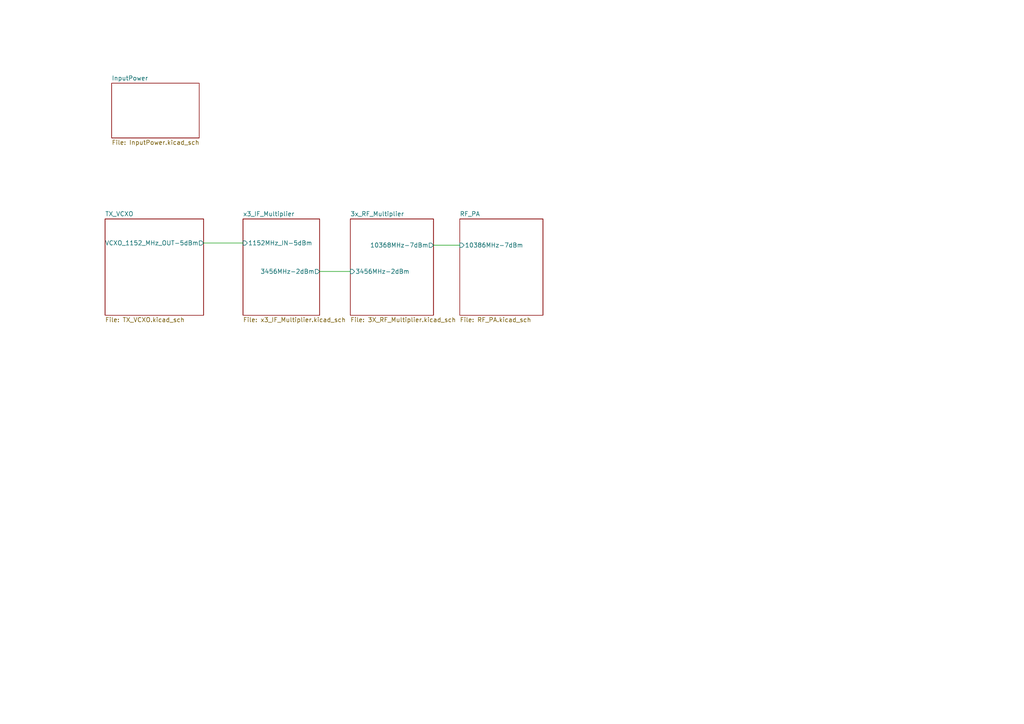
<source format=kicad_sch>
(kicad_sch
	(version 20231120)
	(generator "eeschema")
	(generator_version "8.0")
	(uuid "5c8d050a-3ec5-41af-bb0d-cc57adb5a492")
	(paper "A4")
	(lib_symbols)
	(wire
		(pts
			(xy 125.73 71.12) (xy 133.35 71.12)
		)
		(stroke
			(width 0)
			(type default)
		)
		(uuid "68bc77c1-7d5d-4426-aebd-e3ed7590821d")
	)
	(wire
		(pts
			(xy 59.055 70.485) (xy 70.485 70.485)
		)
		(stroke
			(width 0)
			(type default)
		)
		(uuid "81e4c856-aa3f-427f-b059-d4ed85d0eaf0")
	)
	(wire
		(pts
			(xy 92.71 78.74) (xy 101.6 78.74)
		)
		(stroke
			(width 0)
			(type default)
		)
		(uuid "ef916633-c151-4cec-b3af-a02652446b7b")
	)
	(sheet
		(at 133.35 63.5)
		(size 24.13 27.94)
		(fields_autoplaced yes)
		(stroke
			(width 0.1524)
			(type solid)
		)
		(fill
			(color 0 0 0 0.0000)
		)
		(uuid "3c27a7d0-de80-43c2-b2ba-d3b24837ca6e")
		(property "Sheetname" "RF_PA"
			(at 133.35 62.7884 0)
			(effects
				(font
					(size 1.27 1.27)
				)
				(justify left bottom)
			)
		)
		(property "Sheetfile" "RF_PA.kicad_sch"
			(at 133.35 92.0246 0)
			(effects
				(font
					(size 1.27 1.27)
				)
				(justify left top)
			)
		)
		(pin "10386MHz-7dBm" input
			(at 133.35 71.12 180)
			(effects
				(font
					(size 1.27 1.27)
				)
				(justify left)
			)
			(uuid "6bdbd5fc-5d03-4914-ba56-22174e3165e6")
		)
		(instances
			(project "10GHz_VCXO_TX"
				(path "/5c8d050a-3ec5-41af-bb0d-cc57adb5a492"
					(page "6")
				)
			)
		)
	)
	(sheet
		(at 30.48 63.5)
		(size 28.575 27.94)
		(fields_autoplaced yes)
		(stroke
			(width 0.1524)
			(type solid)
		)
		(fill
			(color 0 0 0 0.0000)
		)
		(uuid "5e4c27e3-d1e8-44a1-bcef-3e984d5dd8ad")
		(property "Sheetname" "TX_VCXO"
			(at 30.48 62.7884 0)
			(effects
				(font
					(size 1.27 1.27)
				)
				(justify left bottom)
			)
		)
		(property "Sheetfile" "TX_VCXO.kicad_sch"
			(at 30.48 92.0246 0)
			(effects
				(font
					(size 1.27 1.27)
				)
				(justify left top)
			)
		)
		(pin "VCXO_1152_MHz_OUT-5dBm" output
			(at 59.055 70.485 0)
			(effects
				(font
					(size 1.27 1.27)
				)
				(justify right)
			)
			(uuid "dfbfd24f-74f9-48cf-ab7b-3c19543791a6")
		)
		(instances
			(project "10GHz_VCXO_TX"
				(path "/5c8d050a-3ec5-41af-bb0d-cc57adb5a492"
					(page "3")
				)
			)
		)
	)
	(sheet
		(at 32.385 24.13)
		(size 25.4 15.875)
		(fields_autoplaced yes)
		(stroke
			(width 0.1524)
			(type solid)
		)
		(fill
			(color 0 0 0 0.0000)
		)
		(uuid "65172ad7-09b9-4284-abd1-b4ce970d45cb")
		(property "Sheetname" "InputPower"
			(at 32.385 23.4184 0)
			(effects
				(font
					(size 1.27 1.27)
				)
				(justify left bottom)
			)
		)
		(property "Sheetfile" "InputPower.kicad_sch"
			(at 32.385 40.5896 0)
			(effects
				(font
					(size 1.27 1.27)
				)
				(justify left top)
			)
		)
		(instances
			(project "10GHz_VCXO_TX"
				(path "/5c8d050a-3ec5-41af-bb0d-cc57adb5a492"
					(page "4")
				)
			)
		)
	)
	(sheet
		(at 70.485 63.5)
		(size 22.225 27.94)
		(fields_autoplaced yes)
		(stroke
			(width 0.1524)
			(type solid)
		)
		(fill
			(color 0 0 0 0.0000)
		)
		(uuid "7faba6a2-b812-48e8-996b-17a09271428a")
		(property "Sheetname" "x3_IF_Multiplier"
			(at 70.485 62.7884 0)
			(effects
				(font
					(size 1.27 1.27)
				)
				(justify left bottom)
			)
		)
		(property "Sheetfile" "x3_IF_Multiplier.kicad_sch"
			(at 70.485 92.0246 0)
			(effects
				(font
					(size 1.27 1.27)
				)
				(justify left top)
			)
		)
		(pin "1152MHz_IN-5dBm" input
			(at 70.485 70.485 180)
			(effects
				(font
					(size 1.27 1.27)
				)
				(justify left)
			)
			(uuid "a8c050da-bfef-4316-9523-86facedfa53d")
		)
		(pin "3456MHz-2dBm" output
			(at 92.71 78.74 0)
			(effects
				(font
					(size 1.27 1.27)
				)
				(justify right)
			)
			(uuid "e97d3e01-784e-4a0f-8046-c8fa7e20a4af")
		)
		(instances
			(project "10GHz_VCXO_TX"
				(path "/5c8d050a-3ec5-41af-bb0d-cc57adb5a492"
					(page "4")
				)
			)
		)
	)
	(sheet
		(at 101.6 63.5)
		(size 24.13 27.94)
		(fields_autoplaced yes)
		(stroke
			(width 0.1524)
			(type solid)
		)
		(fill
			(color 0 0 0 0.0000)
		)
		(uuid "ac40d95b-9a41-40d5-a8ea-6739ae2d174f")
		(property "Sheetname" "3x_RF_Multiplier"
			(at 101.6 62.7884 0)
			(effects
				(font
					(size 1.27 1.27)
				)
				(justify left bottom)
			)
		)
		(property "Sheetfile" "3X_RF_Multiplier.kicad_sch"
			(at 101.6 92.0246 0)
			(effects
				(font
					(size 1.27 1.27)
				)
				(justify left top)
			)
		)
		(pin "3456MHz-2dBm" input
			(at 101.6 78.74 180)
			(effects
				(font
					(size 1.27 1.27)
				)
				(justify left)
			)
			(uuid "94abdf09-d209-4a48-9b07-f129f5f140b0")
		)
		(pin "10368MHz-7dBm" output
			(at 125.73 71.12 0)
			(effects
				(font
					(size 1.27 1.27)
				)
				(justify right)
			)
			(uuid "0faf694c-7b63-43b5-bade-c0a0f1f79a89")
		)
		(instances
			(project "10GHz_VCXO_TX"
				(path "/5c8d050a-3ec5-41af-bb0d-cc57adb5a492"
					(page "5")
				)
			)
		)
	)
	(sheet_instances
		(path "/"
			(page "1")
		)
	)
)

</source>
